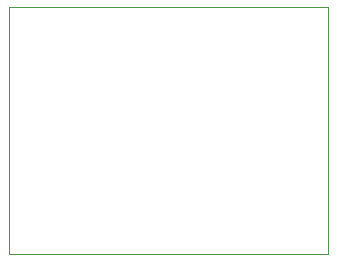
<source format=gbr>
G04 #@! TF.GenerationSoftware,KiCad,Pcbnew,(5.1.5)-3*
G04 #@! TF.CreationDate,2020-11-19T18:47:55+01:00*
G04 #@! TF.ProjectId,Sensor_2.0,53656e73-6f72-45f3-922e-302e6b696361,rev?*
G04 #@! TF.SameCoordinates,Original*
G04 #@! TF.FileFunction,Profile,NP*
%FSLAX46Y46*%
G04 Gerber Fmt 4.6, Leading zero omitted, Abs format (unit mm)*
G04 Created by KiCad (PCBNEW (5.1.5)-3) date 2020-11-19 18:47:55*
%MOMM*%
%LPD*%
G04 APERTURE LIST*
%ADD10C,0.100000*%
G04 APERTURE END LIST*
D10*
X136334500Y-93345000D02*
X109283500Y-93345000D01*
X109283500Y-93345000D02*
X109283500Y-72390000D01*
X109283500Y-72390000D02*
X136334500Y-72390000D01*
X136334500Y-72390000D02*
X136334500Y-93345000D01*
M02*

</source>
